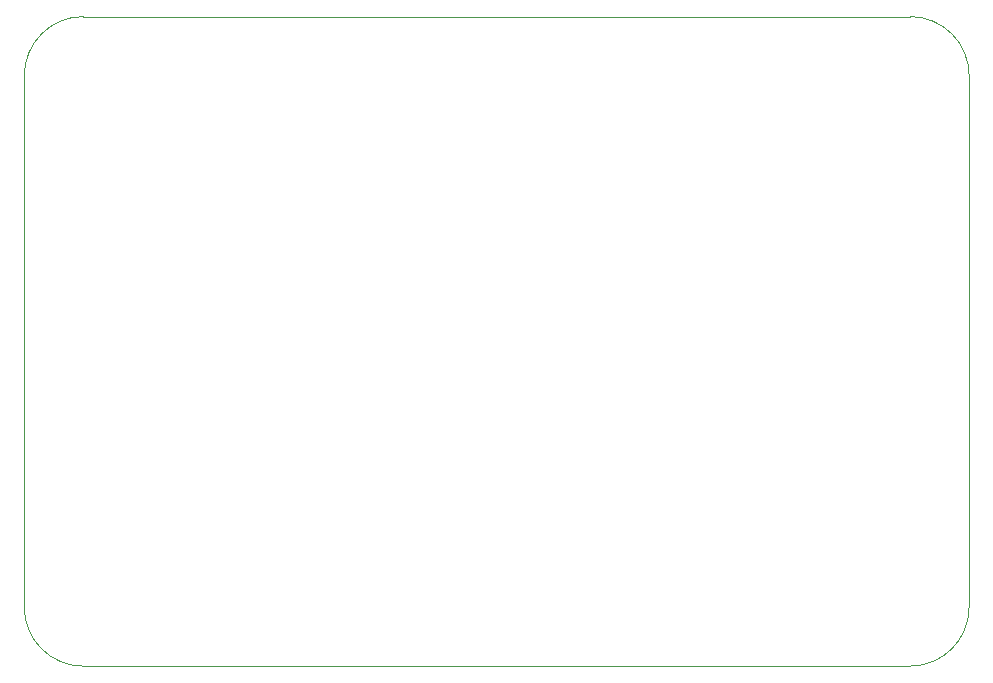
<source format=gm1>
G04*
G04 #@! TF.GenerationSoftware,Altium Limited,Altium Designer,23.11.1 (41)*
G04*
G04 Layer_Color=16711935*
%FSLAX44Y44*%
%MOMM*%
G71*
G04*
G04 #@! TF.SameCoordinates,4CE7A35D-70A9-472E-BD1E-F3F5204FB4D5*
G04*
G04*
G04 #@! TF.FilePolarity,Positive*
G04*
G01*
G75*
%ADD11C,0.1000*%
D11*
Y100000D02*
G03*
X50000Y50000I50000J0D01*
G01*
X750000D02*
G03*
X800000Y100000I0J50000D01*
G01*
X800000Y550000D02*
G03*
X750000Y600000I-50000J0D01*
G01*
X50000D02*
G03*
X0Y550000I0J-50000D01*
G01*
X50000Y50000D02*
X750000D01*
X800000Y100000D02*
Y550000D01*
X50000Y600000D02*
X750000D01*
X0Y100000D02*
Y550000D01*
M02*

</source>
